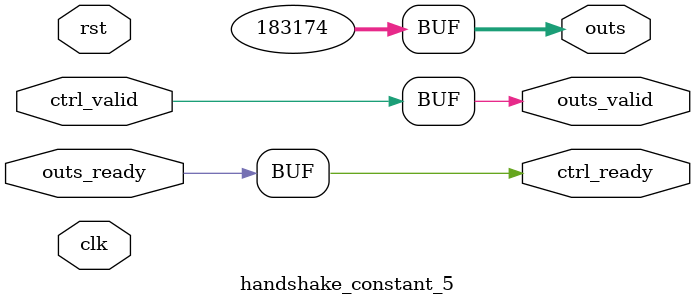
<source format=v>
`timescale 1ns / 1ps
module handshake_constant_5 #(
  parameter DATA_WIDTH = 32  // Default set to 32 bits
) (
  input                       clk,
  input                       rst,
  // Input Channel
  input                       ctrl_valid,
  output                      ctrl_ready,
  // Output Channel
  output [DATA_WIDTH - 1 : 0] outs,
  output                      outs_valid,
  input                       outs_ready
);
  assign outs       = 18'b101100101110000110;
  assign outs_valid = ctrl_valid;
  assign ctrl_ready = outs_ready;

endmodule

</source>
